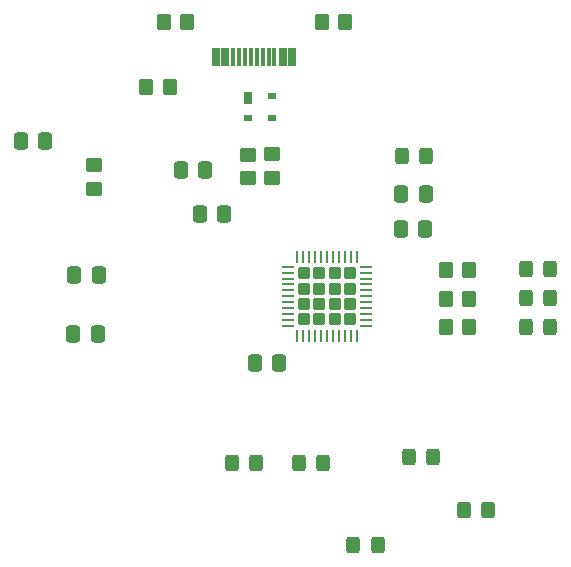
<source format=gbr>
%TF.GenerationSoftware,KiCad,Pcbnew,(6.0.2)*%
%TF.CreationDate,2022-05-21T08:25:36-07:00*%
%TF.ProjectId,muffin,6d756666-696e-42e6-9b69-6361645f7063,rev?*%
%TF.SameCoordinates,Original*%
%TF.FileFunction,Paste,Top*%
%TF.FilePolarity,Positive*%
%FSLAX46Y46*%
G04 Gerber Fmt 4.6, Leading zero omitted, Abs format (unit mm)*
G04 Created by KiCad (PCBNEW (6.0.2)) date 2022-05-21 08:25:36*
%MOMM*%
%LPD*%
G01*
G04 APERTURE LIST*
G04 Aperture macros list*
%AMRoundRect*
0 Rectangle with rounded corners*
0 $1 Rounding radius*
0 $2 $3 $4 $5 $6 $7 $8 $9 X,Y pos of 4 corners*
0 Add a 4 corners polygon primitive as box body*
4,1,4,$2,$3,$4,$5,$6,$7,$8,$9,$2,$3,0*
0 Add four circle primitives for the rounded corners*
1,1,$1+$1,$2,$3*
1,1,$1+$1,$4,$5*
1,1,$1+$1,$6,$7*
1,1,$1+$1,$8,$9*
0 Add four rect primitives between the rounded corners*
20,1,$1+$1,$2,$3,$4,$5,0*
20,1,$1+$1,$4,$5,$6,$7,0*
20,1,$1+$1,$6,$7,$8,$9,0*
20,1,$1+$1,$8,$9,$2,$3,0*%
G04 Aperture macros list end*
%ADD10RoundRect,0.250000X-0.350000X-0.450000X0.350000X-0.450000X0.350000X0.450000X-0.350000X0.450000X0*%
%ADD11RoundRect,0.250000X0.325000X0.450000X-0.325000X0.450000X-0.325000X-0.450000X0.325000X-0.450000X0*%
%ADD12RoundRect,0.250000X-0.337500X-0.475000X0.337500X-0.475000X0.337500X0.475000X-0.337500X0.475000X0*%
%ADD13RoundRect,0.250000X0.337500X0.475000X-0.337500X0.475000X-0.337500X-0.475000X0.337500X-0.475000X0*%
%ADD14RoundRect,0.050000X0.300000X0.725000X-0.300000X0.725000X-0.300000X-0.725000X0.300000X-0.725000X0*%
%ADD15RoundRect,0.050000X0.150000X0.725000X-0.150000X0.725000X-0.150000X-0.725000X0.150000X-0.725000X0*%
%ADD16RoundRect,0.250000X-0.450000X0.350000X-0.450000X-0.350000X0.450000X-0.350000X0.450000X0.350000X0*%
%ADD17RoundRect,0.250000X0.350000X0.450000X-0.350000X0.450000X-0.350000X-0.450000X0.350000X-0.450000X0*%
%ADD18RoundRect,0.250000X-0.275000X0.275000X-0.275000X-0.275000X0.275000X-0.275000X0.275000X0.275000X0*%
%ADD19RoundRect,0.062500X-0.062500X0.475000X-0.062500X-0.475000X0.062500X-0.475000X0.062500X0.475000X0*%
%ADD20RoundRect,0.062500X-0.475000X0.062500X-0.475000X-0.062500X0.475000X-0.062500X0.475000X0.062500X0*%
%ADD21RoundRect,0.250000X0.450000X-0.350000X0.450000X0.350000X-0.450000X0.350000X-0.450000X-0.350000X0*%
%ADD22R,0.700000X1.000000*%
%ADD23R,0.700000X0.600000*%
%ADD24RoundRect,0.250000X-0.325000X-0.450000X0.325000X-0.450000X0.325000X0.450000X-0.325000X0.450000X0*%
G04 APERTURE END LIST*
D10*
%TO.C,R3*%
X122158000Y-50690000D03*
X124158000Y-50690000D03*
%TD*%
D11*
%TO.C,D6*%
X151132500Y-86520000D03*
X149082500Y-86520000D03*
%TD*%
D12*
%TO.C,C1*%
X143782500Y-59740000D03*
X145857500Y-59740000D03*
%TD*%
D13*
%TO.C,C7*%
X118147500Y-66600000D03*
X116072500Y-66600000D03*
%TD*%
D10*
%TO.C,R4*%
X147550000Y-66130000D03*
X149550000Y-66130000D03*
%TD*%
D12*
%TO.C,C4*%
X143742500Y-62710000D03*
X145817500Y-62710000D03*
%TD*%
D11*
%TO.C,D2*%
X137145000Y-82540000D03*
X135095000Y-82540000D03*
%TD*%
D14*
%TO.C,J1*%
X134515000Y-48102500D03*
X133740000Y-48102500D03*
D15*
X132540000Y-48102500D03*
X131540000Y-48102500D03*
X131040000Y-48102500D03*
X130040000Y-48102500D03*
D14*
X128840000Y-48102500D03*
X128065000Y-48102500D03*
X128065000Y-48102500D03*
X128840000Y-48102500D03*
D15*
X129540000Y-48102500D03*
X130540000Y-48102500D03*
X132040000Y-48102500D03*
X133040000Y-48102500D03*
D14*
X133740000Y-48102500D03*
X134515000Y-48102500D03*
%TD*%
D13*
%TO.C,C2*%
X133427500Y-74040000D03*
X131352500Y-74040000D03*
%TD*%
D11*
%TO.C,D10*%
X156412500Y-71030000D03*
X154362500Y-71030000D03*
%TD*%
D16*
%TO.C,R8*%
X132830000Y-56380000D03*
X132830000Y-58380000D03*
%TD*%
D11*
%TO.C,D1*%
X131520000Y-82510000D03*
X129470000Y-82510000D03*
%TD*%
%TO.C,D8*%
X156375000Y-66107500D03*
X154325000Y-66107500D03*
%TD*%
%TO.C,D9*%
X156382500Y-68580000D03*
X154332500Y-68580000D03*
%TD*%
D13*
%TO.C,C8*%
X127177500Y-57720000D03*
X125102500Y-57720000D03*
%TD*%
D17*
%TO.C,R2*%
X125660000Y-45137500D03*
X123660000Y-45137500D03*
%TD*%
D18*
%TO.C,U1*%
X138140000Y-69040000D03*
X136840000Y-69040000D03*
X138140000Y-70340000D03*
X135540000Y-66440000D03*
X135540000Y-69040000D03*
X138140000Y-66440000D03*
X139440000Y-67740000D03*
X139440000Y-69040000D03*
X136840000Y-67740000D03*
X136840000Y-70340000D03*
X135540000Y-70340000D03*
X135540000Y-67740000D03*
X138140000Y-67740000D03*
X139440000Y-70340000D03*
X139440000Y-66440000D03*
X136840000Y-66440000D03*
D19*
X139990000Y-65052500D03*
X139490000Y-65052500D03*
X138990000Y-65052500D03*
X138490000Y-65052500D03*
X137990000Y-65052500D03*
X137490000Y-65052500D03*
X136990000Y-65052500D03*
X136490000Y-65052500D03*
X135990000Y-65052500D03*
X135490000Y-65052500D03*
X134990000Y-65052500D03*
D20*
X134152500Y-65890000D03*
X134152500Y-66390000D03*
X134152500Y-66890000D03*
X134152500Y-67390000D03*
X134152500Y-67890000D03*
X134152500Y-68390000D03*
X134152500Y-68890000D03*
X134152500Y-69390000D03*
X134152500Y-69890000D03*
X134152500Y-70390000D03*
X134152500Y-70890000D03*
D19*
X134990000Y-71727500D03*
X135490000Y-71727500D03*
X135990000Y-71727500D03*
X136490000Y-71727500D03*
X136990000Y-71727500D03*
X137490000Y-71727500D03*
X137990000Y-71727500D03*
X138490000Y-71727500D03*
X138990000Y-71727500D03*
X139490000Y-71727500D03*
X139990000Y-71727500D03*
D20*
X140827500Y-70890000D03*
X140827500Y-70390000D03*
X140827500Y-69890000D03*
X140827500Y-69390000D03*
X140827500Y-68890000D03*
X140827500Y-68390000D03*
X140827500Y-67890000D03*
X140827500Y-67390000D03*
X140827500Y-66890000D03*
X140827500Y-66390000D03*
X140827500Y-65890000D03*
%TD*%
D11*
%TO.C,D3*%
X141780000Y-89470000D03*
X139730000Y-89470000D03*
%TD*%
D13*
%TO.C,C3*%
X128807500Y-61460000D03*
X126732500Y-61460000D03*
%TD*%
D10*
%TO.C,R1*%
X137040000Y-45207500D03*
X139040000Y-45207500D03*
%TD*%
D13*
%TO.C,C5*%
X118097500Y-71550000D03*
X116022500Y-71550000D03*
%TD*%
D11*
%TO.C,D5*%
X146462500Y-81960000D03*
X144412500Y-81960000D03*
%TD*%
D21*
%TO.C,R5*%
X117740000Y-59320000D03*
X117740000Y-57320000D03*
%TD*%
D10*
%TO.C,R9*%
X147540000Y-71000000D03*
X149540000Y-71000000D03*
%TD*%
D22*
%TO.C,D7*%
X130810000Y-51620000D03*
D23*
X130810000Y-53320000D03*
X132810000Y-53320000D03*
X132810000Y-51420000D03*
%TD*%
D10*
%TO.C,R6*%
X147550000Y-68590000D03*
X149550000Y-68590000D03*
%TD*%
D24*
%TO.C,D4*%
X143797500Y-56550000D03*
X145847500Y-56550000D03*
%TD*%
D21*
%TO.C,R7*%
X130820000Y-58400000D03*
X130820000Y-56400000D03*
%TD*%
D13*
%TO.C,C6*%
X113617500Y-55260000D03*
X111542500Y-55260000D03*
%TD*%
M02*

</source>
